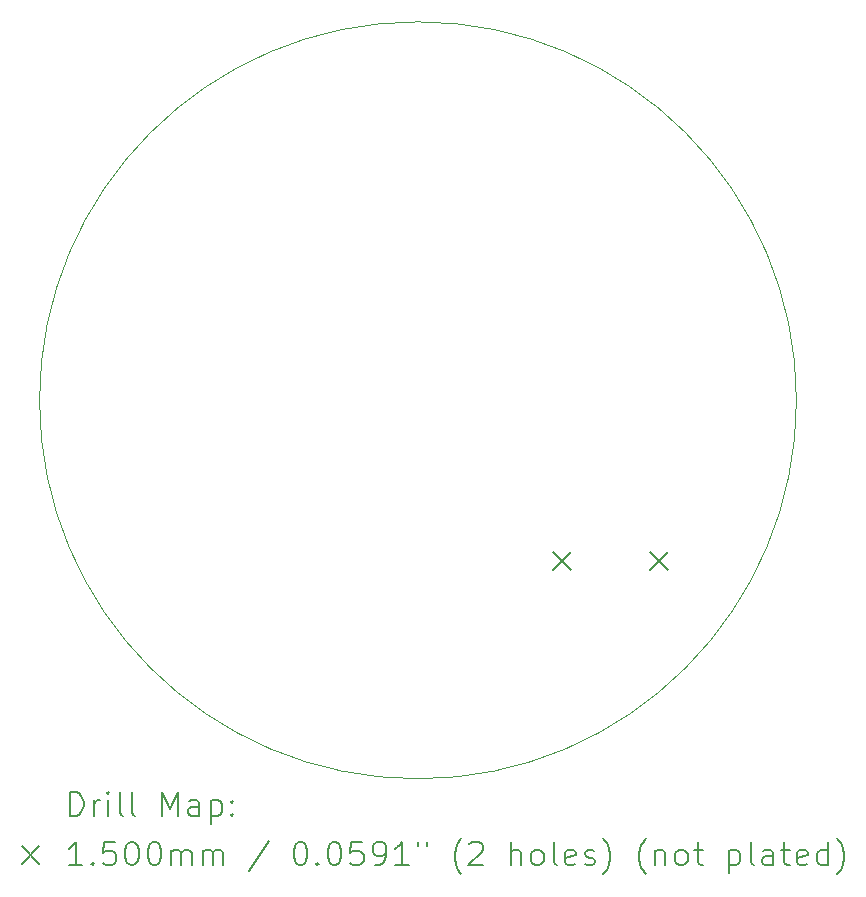
<source format=gbr>
%TF.GenerationSoftware,KiCad,Pcbnew,8.0.4*%
%TF.CreationDate,2024-08-09T17:24:53-06:00*%
%TF.ProjectId,ePotencia,65506f74-656e-4636-9961-2e6b69636164,rev?*%
%TF.SameCoordinates,Original*%
%TF.FileFunction,Drillmap*%
%TF.FilePolarity,Positive*%
%FSLAX45Y45*%
G04 Gerber Fmt 4.5, Leading zero omitted, Abs format (unit mm)*
G04 Created by KiCad (PCBNEW 8.0.4) date 2024-08-09 17:24:53*
%MOMM*%
%LPD*%
G01*
G04 APERTURE LIST*
%ADD10C,0.050000*%
%ADD11C,0.200000*%
%ADD12C,0.150000*%
G04 APERTURE END LIST*
D10*
X17454317Y-10172500D02*
G75*
G02*
X11045683Y-10172500I-3204317J0D01*
G01*
X11045683Y-10172500D02*
G75*
G02*
X17454317Y-10172500I3204317J0D01*
G01*
D11*
D12*
X15395000Y-11457500D02*
X15545000Y-11607500D01*
X15545000Y-11457500D02*
X15395000Y-11607500D01*
X16215000Y-11457500D02*
X16365000Y-11607500D01*
X16365000Y-11457500D02*
X16215000Y-11607500D01*
D11*
X11303959Y-13690801D02*
X11303959Y-13490801D01*
X11303959Y-13490801D02*
X11351578Y-13490801D01*
X11351578Y-13490801D02*
X11380150Y-13500325D01*
X11380150Y-13500325D02*
X11399197Y-13519373D01*
X11399197Y-13519373D02*
X11408721Y-13538420D01*
X11408721Y-13538420D02*
X11418245Y-13576515D01*
X11418245Y-13576515D02*
X11418245Y-13605087D01*
X11418245Y-13605087D02*
X11408721Y-13643182D01*
X11408721Y-13643182D02*
X11399197Y-13662230D01*
X11399197Y-13662230D02*
X11380150Y-13681277D01*
X11380150Y-13681277D02*
X11351578Y-13690801D01*
X11351578Y-13690801D02*
X11303959Y-13690801D01*
X11503959Y-13690801D02*
X11503959Y-13557468D01*
X11503959Y-13595563D02*
X11513483Y-13576515D01*
X11513483Y-13576515D02*
X11523007Y-13566992D01*
X11523007Y-13566992D02*
X11542055Y-13557468D01*
X11542055Y-13557468D02*
X11561102Y-13557468D01*
X11627769Y-13690801D02*
X11627769Y-13557468D01*
X11627769Y-13490801D02*
X11618245Y-13500325D01*
X11618245Y-13500325D02*
X11627769Y-13509849D01*
X11627769Y-13509849D02*
X11637293Y-13500325D01*
X11637293Y-13500325D02*
X11627769Y-13490801D01*
X11627769Y-13490801D02*
X11627769Y-13509849D01*
X11751578Y-13690801D02*
X11732531Y-13681277D01*
X11732531Y-13681277D02*
X11723007Y-13662230D01*
X11723007Y-13662230D02*
X11723007Y-13490801D01*
X11856340Y-13690801D02*
X11837293Y-13681277D01*
X11837293Y-13681277D02*
X11827769Y-13662230D01*
X11827769Y-13662230D02*
X11827769Y-13490801D01*
X12084912Y-13690801D02*
X12084912Y-13490801D01*
X12084912Y-13490801D02*
X12151578Y-13633658D01*
X12151578Y-13633658D02*
X12218245Y-13490801D01*
X12218245Y-13490801D02*
X12218245Y-13690801D01*
X12399197Y-13690801D02*
X12399197Y-13586039D01*
X12399197Y-13586039D02*
X12389674Y-13566992D01*
X12389674Y-13566992D02*
X12370626Y-13557468D01*
X12370626Y-13557468D02*
X12332531Y-13557468D01*
X12332531Y-13557468D02*
X12313483Y-13566992D01*
X12399197Y-13681277D02*
X12380150Y-13690801D01*
X12380150Y-13690801D02*
X12332531Y-13690801D01*
X12332531Y-13690801D02*
X12313483Y-13681277D01*
X12313483Y-13681277D02*
X12303959Y-13662230D01*
X12303959Y-13662230D02*
X12303959Y-13643182D01*
X12303959Y-13643182D02*
X12313483Y-13624134D01*
X12313483Y-13624134D02*
X12332531Y-13614611D01*
X12332531Y-13614611D02*
X12380150Y-13614611D01*
X12380150Y-13614611D02*
X12399197Y-13605087D01*
X12494436Y-13557468D02*
X12494436Y-13757468D01*
X12494436Y-13566992D02*
X12513483Y-13557468D01*
X12513483Y-13557468D02*
X12551578Y-13557468D01*
X12551578Y-13557468D02*
X12570626Y-13566992D01*
X12570626Y-13566992D02*
X12580150Y-13576515D01*
X12580150Y-13576515D02*
X12589674Y-13595563D01*
X12589674Y-13595563D02*
X12589674Y-13652706D01*
X12589674Y-13652706D02*
X12580150Y-13671753D01*
X12580150Y-13671753D02*
X12570626Y-13681277D01*
X12570626Y-13681277D02*
X12551578Y-13690801D01*
X12551578Y-13690801D02*
X12513483Y-13690801D01*
X12513483Y-13690801D02*
X12494436Y-13681277D01*
X12675388Y-13671753D02*
X12684912Y-13681277D01*
X12684912Y-13681277D02*
X12675388Y-13690801D01*
X12675388Y-13690801D02*
X12665864Y-13681277D01*
X12665864Y-13681277D02*
X12675388Y-13671753D01*
X12675388Y-13671753D02*
X12675388Y-13690801D01*
X12675388Y-13566992D02*
X12684912Y-13576515D01*
X12684912Y-13576515D02*
X12675388Y-13586039D01*
X12675388Y-13586039D02*
X12665864Y-13576515D01*
X12665864Y-13576515D02*
X12675388Y-13566992D01*
X12675388Y-13566992D02*
X12675388Y-13586039D01*
D12*
X10893183Y-13944317D02*
X11043183Y-14094317D01*
X11043183Y-13944317D02*
X10893183Y-14094317D01*
D11*
X11408721Y-14110801D02*
X11294436Y-14110801D01*
X11351578Y-14110801D02*
X11351578Y-13910801D01*
X11351578Y-13910801D02*
X11332531Y-13939373D01*
X11332531Y-13939373D02*
X11313483Y-13958420D01*
X11313483Y-13958420D02*
X11294436Y-13967944D01*
X11494436Y-14091753D02*
X11503959Y-14101277D01*
X11503959Y-14101277D02*
X11494436Y-14110801D01*
X11494436Y-14110801D02*
X11484912Y-14101277D01*
X11484912Y-14101277D02*
X11494436Y-14091753D01*
X11494436Y-14091753D02*
X11494436Y-14110801D01*
X11684912Y-13910801D02*
X11589674Y-13910801D01*
X11589674Y-13910801D02*
X11580150Y-14006039D01*
X11580150Y-14006039D02*
X11589674Y-13996515D01*
X11589674Y-13996515D02*
X11608721Y-13986992D01*
X11608721Y-13986992D02*
X11656340Y-13986992D01*
X11656340Y-13986992D02*
X11675388Y-13996515D01*
X11675388Y-13996515D02*
X11684912Y-14006039D01*
X11684912Y-14006039D02*
X11694436Y-14025087D01*
X11694436Y-14025087D02*
X11694436Y-14072706D01*
X11694436Y-14072706D02*
X11684912Y-14091753D01*
X11684912Y-14091753D02*
X11675388Y-14101277D01*
X11675388Y-14101277D02*
X11656340Y-14110801D01*
X11656340Y-14110801D02*
X11608721Y-14110801D01*
X11608721Y-14110801D02*
X11589674Y-14101277D01*
X11589674Y-14101277D02*
X11580150Y-14091753D01*
X11818245Y-13910801D02*
X11837293Y-13910801D01*
X11837293Y-13910801D02*
X11856340Y-13920325D01*
X11856340Y-13920325D02*
X11865864Y-13929849D01*
X11865864Y-13929849D02*
X11875388Y-13948896D01*
X11875388Y-13948896D02*
X11884912Y-13986992D01*
X11884912Y-13986992D02*
X11884912Y-14034611D01*
X11884912Y-14034611D02*
X11875388Y-14072706D01*
X11875388Y-14072706D02*
X11865864Y-14091753D01*
X11865864Y-14091753D02*
X11856340Y-14101277D01*
X11856340Y-14101277D02*
X11837293Y-14110801D01*
X11837293Y-14110801D02*
X11818245Y-14110801D01*
X11818245Y-14110801D02*
X11799197Y-14101277D01*
X11799197Y-14101277D02*
X11789674Y-14091753D01*
X11789674Y-14091753D02*
X11780150Y-14072706D01*
X11780150Y-14072706D02*
X11770626Y-14034611D01*
X11770626Y-14034611D02*
X11770626Y-13986992D01*
X11770626Y-13986992D02*
X11780150Y-13948896D01*
X11780150Y-13948896D02*
X11789674Y-13929849D01*
X11789674Y-13929849D02*
X11799197Y-13920325D01*
X11799197Y-13920325D02*
X11818245Y-13910801D01*
X12008721Y-13910801D02*
X12027769Y-13910801D01*
X12027769Y-13910801D02*
X12046817Y-13920325D01*
X12046817Y-13920325D02*
X12056340Y-13929849D01*
X12056340Y-13929849D02*
X12065864Y-13948896D01*
X12065864Y-13948896D02*
X12075388Y-13986992D01*
X12075388Y-13986992D02*
X12075388Y-14034611D01*
X12075388Y-14034611D02*
X12065864Y-14072706D01*
X12065864Y-14072706D02*
X12056340Y-14091753D01*
X12056340Y-14091753D02*
X12046817Y-14101277D01*
X12046817Y-14101277D02*
X12027769Y-14110801D01*
X12027769Y-14110801D02*
X12008721Y-14110801D01*
X12008721Y-14110801D02*
X11989674Y-14101277D01*
X11989674Y-14101277D02*
X11980150Y-14091753D01*
X11980150Y-14091753D02*
X11970626Y-14072706D01*
X11970626Y-14072706D02*
X11961102Y-14034611D01*
X11961102Y-14034611D02*
X11961102Y-13986992D01*
X11961102Y-13986992D02*
X11970626Y-13948896D01*
X11970626Y-13948896D02*
X11980150Y-13929849D01*
X11980150Y-13929849D02*
X11989674Y-13920325D01*
X11989674Y-13920325D02*
X12008721Y-13910801D01*
X12161102Y-14110801D02*
X12161102Y-13977468D01*
X12161102Y-13996515D02*
X12170626Y-13986992D01*
X12170626Y-13986992D02*
X12189674Y-13977468D01*
X12189674Y-13977468D02*
X12218245Y-13977468D01*
X12218245Y-13977468D02*
X12237293Y-13986992D01*
X12237293Y-13986992D02*
X12246817Y-14006039D01*
X12246817Y-14006039D02*
X12246817Y-14110801D01*
X12246817Y-14006039D02*
X12256340Y-13986992D01*
X12256340Y-13986992D02*
X12275388Y-13977468D01*
X12275388Y-13977468D02*
X12303959Y-13977468D01*
X12303959Y-13977468D02*
X12323007Y-13986992D01*
X12323007Y-13986992D02*
X12332531Y-14006039D01*
X12332531Y-14006039D02*
X12332531Y-14110801D01*
X12427769Y-14110801D02*
X12427769Y-13977468D01*
X12427769Y-13996515D02*
X12437293Y-13986992D01*
X12437293Y-13986992D02*
X12456340Y-13977468D01*
X12456340Y-13977468D02*
X12484912Y-13977468D01*
X12484912Y-13977468D02*
X12503959Y-13986992D01*
X12503959Y-13986992D02*
X12513483Y-14006039D01*
X12513483Y-14006039D02*
X12513483Y-14110801D01*
X12513483Y-14006039D02*
X12523007Y-13986992D01*
X12523007Y-13986992D02*
X12542055Y-13977468D01*
X12542055Y-13977468D02*
X12570626Y-13977468D01*
X12570626Y-13977468D02*
X12589674Y-13986992D01*
X12589674Y-13986992D02*
X12599198Y-14006039D01*
X12599198Y-14006039D02*
X12599198Y-14110801D01*
X12989674Y-13901277D02*
X12818245Y-14158420D01*
X13246817Y-13910801D02*
X13265864Y-13910801D01*
X13265864Y-13910801D02*
X13284912Y-13920325D01*
X13284912Y-13920325D02*
X13294436Y-13929849D01*
X13294436Y-13929849D02*
X13303960Y-13948896D01*
X13303960Y-13948896D02*
X13313483Y-13986992D01*
X13313483Y-13986992D02*
X13313483Y-14034611D01*
X13313483Y-14034611D02*
X13303960Y-14072706D01*
X13303960Y-14072706D02*
X13294436Y-14091753D01*
X13294436Y-14091753D02*
X13284912Y-14101277D01*
X13284912Y-14101277D02*
X13265864Y-14110801D01*
X13265864Y-14110801D02*
X13246817Y-14110801D01*
X13246817Y-14110801D02*
X13227769Y-14101277D01*
X13227769Y-14101277D02*
X13218245Y-14091753D01*
X13218245Y-14091753D02*
X13208721Y-14072706D01*
X13208721Y-14072706D02*
X13199198Y-14034611D01*
X13199198Y-14034611D02*
X13199198Y-13986992D01*
X13199198Y-13986992D02*
X13208721Y-13948896D01*
X13208721Y-13948896D02*
X13218245Y-13929849D01*
X13218245Y-13929849D02*
X13227769Y-13920325D01*
X13227769Y-13920325D02*
X13246817Y-13910801D01*
X13399198Y-14091753D02*
X13408721Y-14101277D01*
X13408721Y-14101277D02*
X13399198Y-14110801D01*
X13399198Y-14110801D02*
X13389674Y-14101277D01*
X13389674Y-14101277D02*
X13399198Y-14091753D01*
X13399198Y-14091753D02*
X13399198Y-14110801D01*
X13532531Y-13910801D02*
X13551579Y-13910801D01*
X13551579Y-13910801D02*
X13570626Y-13920325D01*
X13570626Y-13920325D02*
X13580150Y-13929849D01*
X13580150Y-13929849D02*
X13589674Y-13948896D01*
X13589674Y-13948896D02*
X13599198Y-13986992D01*
X13599198Y-13986992D02*
X13599198Y-14034611D01*
X13599198Y-14034611D02*
X13589674Y-14072706D01*
X13589674Y-14072706D02*
X13580150Y-14091753D01*
X13580150Y-14091753D02*
X13570626Y-14101277D01*
X13570626Y-14101277D02*
X13551579Y-14110801D01*
X13551579Y-14110801D02*
X13532531Y-14110801D01*
X13532531Y-14110801D02*
X13513483Y-14101277D01*
X13513483Y-14101277D02*
X13503960Y-14091753D01*
X13503960Y-14091753D02*
X13494436Y-14072706D01*
X13494436Y-14072706D02*
X13484912Y-14034611D01*
X13484912Y-14034611D02*
X13484912Y-13986992D01*
X13484912Y-13986992D02*
X13494436Y-13948896D01*
X13494436Y-13948896D02*
X13503960Y-13929849D01*
X13503960Y-13929849D02*
X13513483Y-13920325D01*
X13513483Y-13920325D02*
X13532531Y-13910801D01*
X13780150Y-13910801D02*
X13684912Y-13910801D01*
X13684912Y-13910801D02*
X13675388Y-14006039D01*
X13675388Y-14006039D02*
X13684912Y-13996515D01*
X13684912Y-13996515D02*
X13703960Y-13986992D01*
X13703960Y-13986992D02*
X13751579Y-13986992D01*
X13751579Y-13986992D02*
X13770626Y-13996515D01*
X13770626Y-13996515D02*
X13780150Y-14006039D01*
X13780150Y-14006039D02*
X13789674Y-14025087D01*
X13789674Y-14025087D02*
X13789674Y-14072706D01*
X13789674Y-14072706D02*
X13780150Y-14091753D01*
X13780150Y-14091753D02*
X13770626Y-14101277D01*
X13770626Y-14101277D02*
X13751579Y-14110801D01*
X13751579Y-14110801D02*
X13703960Y-14110801D01*
X13703960Y-14110801D02*
X13684912Y-14101277D01*
X13684912Y-14101277D02*
X13675388Y-14091753D01*
X13884912Y-14110801D02*
X13923007Y-14110801D01*
X13923007Y-14110801D02*
X13942055Y-14101277D01*
X13942055Y-14101277D02*
X13951579Y-14091753D01*
X13951579Y-14091753D02*
X13970626Y-14063182D01*
X13970626Y-14063182D02*
X13980150Y-14025087D01*
X13980150Y-14025087D02*
X13980150Y-13948896D01*
X13980150Y-13948896D02*
X13970626Y-13929849D01*
X13970626Y-13929849D02*
X13961102Y-13920325D01*
X13961102Y-13920325D02*
X13942055Y-13910801D01*
X13942055Y-13910801D02*
X13903960Y-13910801D01*
X13903960Y-13910801D02*
X13884912Y-13920325D01*
X13884912Y-13920325D02*
X13875388Y-13929849D01*
X13875388Y-13929849D02*
X13865864Y-13948896D01*
X13865864Y-13948896D02*
X13865864Y-13996515D01*
X13865864Y-13996515D02*
X13875388Y-14015563D01*
X13875388Y-14015563D02*
X13884912Y-14025087D01*
X13884912Y-14025087D02*
X13903960Y-14034611D01*
X13903960Y-14034611D02*
X13942055Y-14034611D01*
X13942055Y-14034611D02*
X13961102Y-14025087D01*
X13961102Y-14025087D02*
X13970626Y-14015563D01*
X13970626Y-14015563D02*
X13980150Y-13996515D01*
X14170626Y-14110801D02*
X14056341Y-14110801D01*
X14113483Y-14110801D02*
X14113483Y-13910801D01*
X14113483Y-13910801D02*
X14094436Y-13939373D01*
X14094436Y-13939373D02*
X14075388Y-13958420D01*
X14075388Y-13958420D02*
X14056341Y-13967944D01*
X14246817Y-13910801D02*
X14246817Y-13948896D01*
X14323007Y-13910801D02*
X14323007Y-13948896D01*
X14618245Y-14186992D02*
X14608722Y-14177468D01*
X14608722Y-14177468D02*
X14589674Y-14148896D01*
X14589674Y-14148896D02*
X14580150Y-14129849D01*
X14580150Y-14129849D02*
X14570626Y-14101277D01*
X14570626Y-14101277D02*
X14561103Y-14053658D01*
X14561103Y-14053658D02*
X14561103Y-14015563D01*
X14561103Y-14015563D02*
X14570626Y-13967944D01*
X14570626Y-13967944D02*
X14580150Y-13939373D01*
X14580150Y-13939373D02*
X14589674Y-13920325D01*
X14589674Y-13920325D02*
X14608722Y-13891753D01*
X14608722Y-13891753D02*
X14618245Y-13882230D01*
X14684912Y-13929849D02*
X14694436Y-13920325D01*
X14694436Y-13920325D02*
X14713483Y-13910801D01*
X14713483Y-13910801D02*
X14761103Y-13910801D01*
X14761103Y-13910801D02*
X14780150Y-13920325D01*
X14780150Y-13920325D02*
X14789674Y-13929849D01*
X14789674Y-13929849D02*
X14799198Y-13948896D01*
X14799198Y-13948896D02*
X14799198Y-13967944D01*
X14799198Y-13967944D02*
X14789674Y-13996515D01*
X14789674Y-13996515D02*
X14675388Y-14110801D01*
X14675388Y-14110801D02*
X14799198Y-14110801D01*
X15037293Y-14110801D02*
X15037293Y-13910801D01*
X15123007Y-14110801D02*
X15123007Y-14006039D01*
X15123007Y-14006039D02*
X15113484Y-13986992D01*
X15113484Y-13986992D02*
X15094436Y-13977468D01*
X15094436Y-13977468D02*
X15065864Y-13977468D01*
X15065864Y-13977468D02*
X15046817Y-13986992D01*
X15046817Y-13986992D02*
X15037293Y-13996515D01*
X15246817Y-14110801D02*
X15227769Y-14101277D01*
X15227769Y-14101277D02*
X15218245Y-14091753D01*
X15218245Y-14091753D02*
X15208722Y-14072706D01*
X15208722Y-14072706D02*
X15208722Y-14015563D01*
X15208722Y-14015563D02*
X15218245Y-13996515D01*
X15218245Y-13996515D02*
X15227769Y-13986992D01*
X15227769Y-13986992D02*
X15246817Y-13977468D01*
X15246817Y-13977468D02*
X15275388Y-13977468D01*
X15275388Y-13977468D02*
X15294436Y-13986992D01*
X15294436Y-13986992D02*
X15303960Y-13996515D01*
X15303960Y-13996515D02*
X15313484Y-14015563D01*
X15313484Y-14015563D02*
X15313484Y-14072706D01*
X15313484Y-14072706D02*
X15303960Y-14091753D01*
X15303960Y-14091753D02*
X15294436Y-14101277D01*
X15294436Y-14101277D02*
X15275388Y-14110801D01*
X15275388Y-14110801D02*
X15246817Y-14110801D01*
X15427769Y-14110801D02*
X15408722Y-14101277D01*
X15408722Y-14101277D02*
X15399198Y-14082230D01*
X15399198Y-14082230D02*
X15399198Y-13910801D01*
X15580150Y-14101277D02*
X15561103Y-14110801D01*
X15561103Y-14110801D02*
X15523007Y-14110801D01*
X15523007Y-14110801D02*
X15503960Y-14101277D01*
X15503960Y-14101277D02*
X15494436Y-14082230D01*
X15494436Y-14082230D02*
X15494436Y-14006039D01*
X15494436Y-14006039D02*
X15503960Y-13986992D01*
X15503960Y-13986992D02*
X15523007Y-13977468D01*
X15523007Y-13977468D02*
X15561103Y-13977468D01*
X15561103Y-13977468D02*
X15580150Y-13986992D01*
X15580150Y-13986992D02*
X15589674Y-14006039D01*
X15589674Y-14006039D02*
X15589674Y-14025087D01*
X15589674Y-14025087D02*
X15494436Y-14044134D01*
X15665865Y-14101277D02*
X15684912Y-14110801D01*
X15684912Y-14110801D02*
X15723007Y-14110801D01*
X15723007Y-14110801D02*
X15742055Y-14101277D01*
X15742055Y-14101277D02*
X15751579Y-14082230D01*
X15751579Y-14082230D02*
X15751579Y-14072706D01*
X15751579Y-14072706D02*
X15742055Y-14053658D01*
X15742055Y-14053658D02*
X15723007Y-14044134D01*
X15723007Y-14044134D02*
X15694436Y-14044134D01*
X15694436Y-14044134D02*
X15675388Y-14034611D01*
X15675388Y-14034611D02*
X15665865Y-14015563D01*
X15665865Y-14015563D02*
X15665865Y-14006039D01*
X15665865Y-14006039D02*
X15675388Y-13986992D01*
X15675388Y-13986992D02*
X15694436Y-13977468D01*
X15694436Y-13977468D02*
X15723007Y-13977468D01*
X15723007Y-13977468D02*
X15742055Y-13986992D01*
X15818246Y-14186992D02*
X15827769Y-14177468D01*
X15827769Y-14177468D02*
X15846817Y-14148896D01*
X15846817Y-14148896D02*
X15856341Y-14129849D01*
X15856341Y-14129849D02*
X15865865Y-14101277D01*
X15865865Y-14101277D02*
X15875388Y-14053658D01*
X15875388Y-14053658D02*
X15875388Y-14015563D01*
X15875388Y-14015563D02*
X15865865Y-13967944D01*
X15865865Y-13967944D02*
X15856341Y-13939373D01*
X15856341Y-13939373D02*
X15846817Y-13920325D01*
X15846817Y-13920325D02*
X15827769Y-13891753D01*
X15827769Y-13891753D02*
X15818246Y-13882230D01*
X16180150Y-14186992D02*
X16170626Y-14177468D01*
X16170626Y-14177468D02*
X16151579Y-14148896D01*
X16151579Y-14148896D02*
X16142055Y-14129849D01*
X16142055Y-14129849D02*
X16132531Y-14101277D01*
X16132531Y-14101277D02*
X16123007Y-14053658D01*
X16123007Y-14053658D02*
X16123007Y-14015563D01*
X16123007Y-14015563D02*
X16132531Y-13967944D01*
X16132531Y-13967944D02*
X16142055Y-13939373D01*
X16142055Y-13939373D02*
X16151579Y-13920325D01*
X16151579Y-13920325D02*
X16170626Y-13891753D01*
X16170626Y-13891753D02*
X16180150Y-13882230D01*
X16256341Y-13977468D02*
X16256341Y-14110801D01*
X16256341Y-13996515D02*
X16265865Y-13986992D01*
X16265865Y-13986992D02*
X16284912Y-13977468D01*
X16284912Y-13977468D02*
X16313484Y-13977468D01*
X16313484Y-13977468D02*
X16332531Y-13986992D01*
X16332531Y-13986992D02*
X16342055Y-14006039D01*
X16342055Y-14006039D02*
X16342055Y-14110801D01*
X16465865Y-14110801D02*
X16446817Y-14101277D01*
X16446817Y-14101277D02*
X16437293Y-14091753D01*
X16437293Y-14091753D02*
X16427769Y-14072706D01*
X16427769Y-14072706D02*
X16427769Y-14015563D01*
X16427769Y-14015563D02*
X16437293Y-13996515D01*
X16437293Y-13996515D02*
X16446817Y-13986992D01*
X16446817Y-13986992D02*
X16465865Y-13977468D01*
X16465865Y-13977468D02*
X16494436Y-13977468D01*
X16494436Y-13977468D02*
X16513484Y-13986992D01*
X16513484Y-13986992D02*
X16523007Y-13996515D01*
X16523007Y-13996515D02*
X16532531Y-14015563D01*
X16532531Y-14015563D02*
X16532531Y-14072706D01*
X16532531Y-14072706D02*
X16523007Y-14091753D01*
X16523007Y-14091753D02*
X16513484Y-14101277D01*
X16513484Y-14101277D02*
X16494436Y-14110801D01*
X16494436Y-14110801D02*
X16465865Y-14110801D01*
X16589674Y-13977468D02*
X16665865Y-13977468D01*
X16618246Y-13910801D02*
X16618246Y-14082230D01*
X16618246Y-14082230D02*
X16627769Y-14101277D01*
X16627769Y-14101277D02*
X16646817Y-14110801D01*
X16646817Y-14110801D02*
X16665865Y-14110801D01*
X16884912Y-13977468D02*
X16884912Y-14177468D01*
X16884912Y-13986992D02*
X16903960Y-13977468D01*
X16903960Y-13977468D02*
X16942055Y-13977468D01*
X16942055Y-13977468D02*
X16961103Y-13986992D01*
X16961103Y-13986992D02*
X16970627Y-13996515D01*
X16970627Y-13996515D02*
X16980150Y-14015563D01*
X16980150Y-14015563D02*
X16980150Y-14072706D01*
X16980150Y-14072706D02*
X16970627Y-14091753D01*
X16970627Y-14091753D02*
X16961103Y-14101277D01*
X16961103Y-14101277D02*
X16942055Y-14110801D01*
X16942055Y-14110801D02*
X16903960Y-14110801D01*
X16903960Y-14110801D02*
X16884912Y-14101277D01*
X17094436Y-14110801D02*
X17075389Y-14101277D01*
X17075389Y-14101277D02*
X17065865Y-14082230D01*
X17065865Y-14082230D02*
X17065865Y-13910801D01*
X17256341Y-14110801D02*
X17256341Y-14006039D01*
X17256341Y-14006039D02*
X17246817Y-13986992D01*
X17246817Y-13986992D02*
X17227770Y-13977468D01*
X17227770Y-13977468D02*
X17189674Y-13977468D01*
X17189674Y-13977468D02*
X17170627Y-13986992D01*
X17256341Y-14101277D02*
X17237293Y-14110801D01*
X17237293Y-14110801D02*
X17189674Y-14110801D01*
X17189674Y-14110801D02*
X17170627Y-14101277D01*
X17170627Y-14101277D02*
X17161103Y-14082230D01*
X17161103Y-14082230D02*
X17161103Y-14063182D01*
X17161103Y-14063182D02*
X17170627Y-14044134D01*
X17170627Y-14044134D02*
X17189674Y-14034611D01*
X17189674Y-14034611D02*
X17237293Y-14034611D01*
X17237293Y-14034611D02*
X17256341Y-14025087D01*
X17323008Y-13977468D02*
X17399198Y-13977468D01*
X17351579Y-13910801D02*
X17351579Y-14082230D01*
X17351579Y-14082230D02*
X17361103Y-14101277D01*
X17361103Y-14101277D02*
X17380150Y-14110801D01*
X17380150Y-14110801D02*
X17399198Y-14110801D01*
X17542055Y-14101277D02*
X17523008Y-14110801D01*
X17523008Y-14110801D02*
X17484912Y-14110801D01*
X17484912Y-14110801D02*
X17465865Y-14101277D01*
X17465865Y-14101277D02*
X17456341Y-14082230D01*
X17456341Y-14082230D02*
X17456341Y-14006039D01*
X17456341Y-14006039D02*
X17465865Y-13986992D01*
X17465865Y-13986992D02*
X17484912Y-13977468D01*
X17484912Y-13977468D02*
X17523008Y-13977468D01*
X17523008Y-13977468D02*
X17542055Y-13986992D01*
X17542055Y-13986992D02*
X17551579Y-14006039D01*
X17551579Y-14006039D02*
X17551579Y-14025087D01*
X17551579Y-14025087D02*
X17456341Y-14044134D01*
X17723008Y-14110801D02*
X17723008Y-13910801D01*
X17723008Y-14101277D02*
X17703960Y-14110801D01*
X17703960Y-14110801D02*
X17665865Y-14110801D01*
X17665865Y-14110801D02*
X17646817Y-14101277D01*
X17646817Y-14101277D02*
X17637293Y-14091753D01*
X17637293Y-14091753D02*
X17627770Y-14072706D01*
X17627770Y-14072706D02*
X17627770Y-14015563D01*
X17627770Y-14015563D02*
X17637293Y-13996515D01*
X17637293Y-13996515D02*
X17646817Y-13986992D01*
X17646817Y-13986992D02*
X17665865Y-13977468D01*
X17665865Y-13977468D02*
X17703960Y-13977468D01*
X17703960Y-13977468D02*
X17723008Y-13986992D01*
X17799198Y-14186992D02*
X17808722Y-14177468D01*
X17808722Y-14177468D02*
X17827770Y-14148896D01*
X17827770Y-14148896D02*
X17837293Y-14129849D01*
X17837293Y-14129849D02*
X17846817Y-14101277D01*
X17846817Y-14101277D02*
X17856341Y-14053658D01*
X17856341Y-14053658D02*
X17856341Y-14015563D01*
X17856341Y-14015563D02*
X17846817Y-13967944D01*
X17846817Y-13967944D02*
X17837293Y-13939373D01*
X17837293Y-13939373D02*
X17827770Y-13920325D01*
X17827770Y-13920325D02*
X17808722Y-13891753D01*
X17808722Y-13891753D02*
X17799198Y-13882230D01*
M02*

</source>
